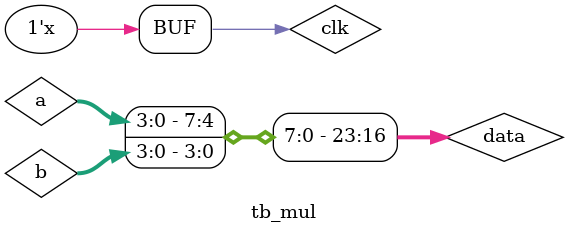
<source format=v>
module booth_mul(M,Q,Cout);
                 
input [3:0] M,Q;
output [7:0] Cout;
reg[7:0] Cout,rM;
reg[2:0] n;
reg[3:0] rQ;
reg C;

always @(M or Q)
   begin
       {rQ,C}={Q,1'b0};
        rM={4'b0000,M};
        Cout=8'b0;
        
  for(n=0;n<3'b101;n=n+1)
       begin
          case({rQ[0],C})
              2'b10: Cout=Cout-rM;
              2'b01: Cout=Cout+rM;
              default: Cout=Cout;
      endcase
            {rQ,C}={rQ,C}>>1;
            rM=rM<<1;
        end
    end
endmodule

module tb_mul;
wire [3:0]a,b;
reg clk;
wire [7:0]z;
reg[23:0] data;
reg [3:0] j;

assign a=data[23:20];
assign b=data[19:16];
 
initial
begin
clk=0;
#5 data=24'b 1001_1110_0110_1001_0011_1111;
end
always #50 clk=~clk;
always @ (posedge clk)
          begin 
            for(j=0;j<4'b1000;j=j+1)
               data={data[22:0],data[23]};
           end
       
booth_mul m(.Q(a),.M(b),.Cout(z));
endmodule
</source>
